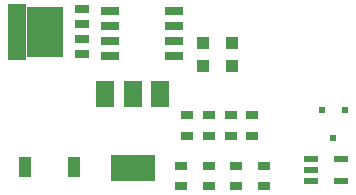
<source format=gbr>
G04 #@! TF.GenerationSoftware,KiCad,Pcbnew,5.1.0-unknown-9e240db~82~ubuntu18.04.1*
G04 #@! TF.CreationDate,2019-04-04T00:18:26+02:00*
G04 #@! TF.ProjectId,Voltrove MIC1557 PWM,566f6c74-726f-4766-9520-4d4943313535,rev?*
G04 #@! TF.SameCoordinates,Original*
G04 #@! TF.FileFunction,Paste,Bot*
G04 #@! TF.FilePolarity,Positive*
%FSLAX46Y46*%
G04 Gerber Fmt 4.6, Leading zero omitted, Abs format (unit mm)*
G04 Created by KiCad (PCBNEW 5.1.0-unknown-9e240db~82~ubuntu18.04.1) date 2019-04-04 00:18:26*
%MOMM*%
%LPD*%
G04 APERTURE LIST*
%ADD10R,1.000000X0.670000*%
%ADD11R,1.000000X1.000000*%
%ADD12R,1.120000X1.720000*%
%ADD13R,1.525000X0.650000*%
%ADD14R,1.500000X2.200000*%
%ADD15R,3.800000X2.200000*%
%ADD16R,0.620000X0.575000*%
%ADD17R,1.150000X0.700000*%
%ADD18R,3.100000X4.200000*%
%ADD19R,1.500000X4.700000*%
%ADD20R,1.200000X0.600000*%
G04 APERTURE END LIST*
D10*
X168900000Y-103975000D03*
X168900000Y-102225000D03*
X170800000Y-103975000D03*
X170800000Y-102225000D03*
X172600000Y-102225000D03*
X172600000Y-103975000D03*
X174400000Y-102225000D03*
X174400000Y-103975000D03*
D11*
X170300000Y-98050000D03*
X170300000Y-96150000D03*
X172700000Y-96150000D03*
X172700000Y-98050000D03*
D12*
X155225000Y-106600000D03*
X159375000Y-106600000D03*
D13*
X167812000Y-93395000D03*
X167812000Y-94665000D03*
X167812000Y-95935000D03*
X167812000Y-97205000D03*
X162388000Y-97205000D03*
X162388000Y-95935000D03*
X162388000Y-94665000D03*
X162388000Y-93395000D03*
D14*
X166600000Y-100450000D03*
X164300000Y-100450000D03*
X162000000Y-100450000D03*
D15*
X164300000Y-106750000D03*
D16*
X180350000Y-101812000D03*
X182250000Y-101812000D03*
X181300000Y-104188000D03*
D17*
X160025000Y-93295000D03*
X160025000Y-94565000D03*
X160025000Y-95835000D03*
X160025000Y-97105000D03*
D18*
X156850000Y-95200000D03*
D19*
X154550000Y-95200000D03*
D10*
X168400000Y-108275000D03*
X168400000Y-106525000D03*
X170800000Y-106525000D03*
X170800000Y-108275000D03*
X173100000Y-108275000D03*
X173100000Y-106525000D03*
X175400000Y-106525000D03*
X175400000Y-108275000D03*
D20*
X179450000Y-107850000D03*
X179450000Y-106900000D03*
X179450000Y-105950000D03*
X181950000Y-105950000D03*
X181950000Y-107850000D03*
M02*

</source>
